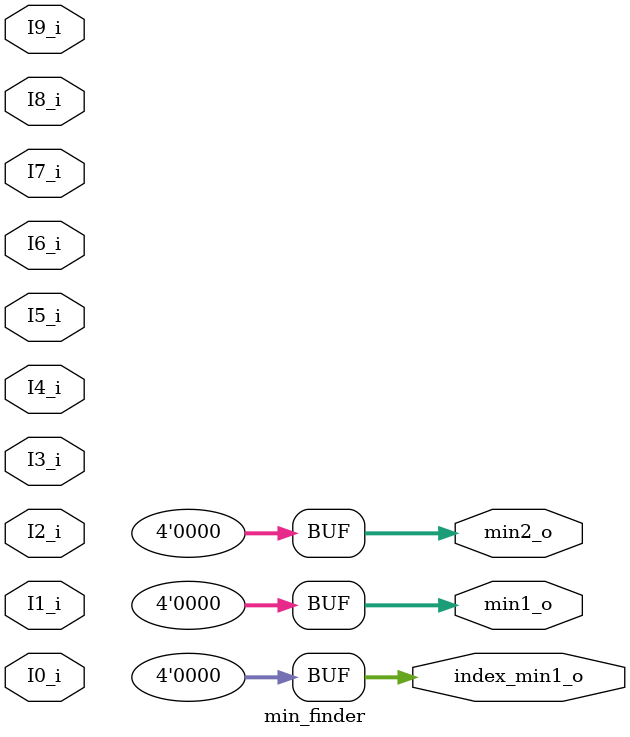
<source format=sv>
/* verilator lint_off UNUSED */
/* verilator lint_off UNOPTFLAT */
module min_finder#(parameter N_number = 10,
                             N_bit    = 4)(
    //inputs
    input logic [N_bit-1:0] I0_i,
    input logic [N_bit-1:0] I1_i,
    input logic [N_bit-1:0] I2_i,
    input logic [N_bit-1:0] I3_i,
    input logic [N_bit-1:0] I4_i,
    input logic [N_bit-1:0] I5_i,
    input logic [N_bit-1:0] I6_i,
    input logic [N_bit-1:0] I7_i,
    input logic [N_bit-1:0] I8_i,
    input logic [N_bit-1:0] I9_i,
    //outputs
    output logic [N_bit-1:0] min1_o,
    output logic [N_bit-1:0] min2_o,
    output logic [N_bit-1:0] index_min1_o
);
    //VAR
    logic [2**N_bit-1:0] pin01_or;
    logic [2**N_bit-1:0] pin02_or;
    logic [2**N_bit-1:0] pin03_or;
    logic [2**N_bit-1:0] pin04_or;
    logic [2**N_bit-1:0] pin05_or;
    logic [2**N_bit-1:0] pin06_or;
    logic [2**N_bit-1:0] pin07_or;
    logic [2**N_bit-1:0] pin08_or;
    logic [2**N_bit-1:0] pin09_or;
    logic [2**N_bit-1:0] pin10_or;
    logic [N_bit-1:0] out01_PE;
    logic [N_bit-1:0] out02_PE;
    logic [N_bit-1:0] out03_PE;
    logic [N_bit-1:0] out04_PE;
    logic [N_bit-1:0] out05_PE;
    logic [N_bit-1:0] out06_PE;
    logic [N_bit-1:0] out07_PE;
    logic [N_bit-1:0] out08_PE;
    logic [N_bit-1:0] out09_PE;
    logic [N_bit-1:0] out10_PE;
    //RAM
    logic [2**N_bit-1:0] out_pos_dec [N_number-1];
    logic [N_number-1:0] block_or [2**N_bit];
    logic [N_bit-1:0] RAM [N_number];
    //module - first block decoder
    decoder4to16 dec01(
        .x_i (I0_i),
        .y_i (pin01_or)
    );
    decoder4to16 dec02(
        .x_i (I1_i),
        .y_i (pin02_or)        
    );
    decoder4to16 dec03(
        .x_i (I2_i),
        .y_i (pin03_or)
    );
    decoder4to16 dec04(
        .x_i (I3_i),
        .y_i (pin04_or)
    );
    decoder4to16 dec05(
        .x_i (I4_i),
        .y_i (pin05_or)
    );
    decoder4to16 dec06(
        .x_i (I5_i),
        .y_i (pin06_or)
    );
    decoder4to16 dec07(
        .x_i (I6_i),
        .y_i (pin07_or)
    );
    decoder4to16 dec08(
        .x_i (I7_i),
        .y_i (pin08_or)
    );
    decoder4to16 dec09(
        .x_i (I8_i),
        .y_i (pin09_or)
    );
    decoder4to16 dec10(
        .x_i (I9_i),
        .y_i (pin10_or)
    );
    //module - first block priority encoder
    encoder16to4 enc01(
        .x_i ({|(block_or[0]),|(block_or[1]),|(block_or[2]),|(block_or[3]),|(block_or[4]),|(block_or[5]),|(block_or[6]),|(block_or[7]),|(block_or[8]),|(block_or[9]),|(block_or[10]),|(block_or[11]),|(block_or[12]),|(block_or[13]),|(block_or[14]),|(block_or[15])}),
        .y_i (out01_PE)
    );
    encoder16to4 enc02(
        .x_i (({|(block_or[0]),|(block_or[1]),|(block_or[2]),|(block_or[3]),|(block_or[4]),|(block_or[5]),|(block_or[6]),|(block_or[7]),|(block_or[8]),|(block_or[9]),|(block_or[10]),|(block_or[11]),|(block_or[12]),|(block_or[13]),|(block_or[14]),|(block_or[15])}) & (~out_pos_dec[0])),
        .y_i (out02_PE)
    );
    encoder16to4 enc03(
        .x_i (({|(block_or[0]),|(block_or[1]),|(block_or[2]),|(block_or[3]),|(block_or[4]),|(block_or[5]),|(block_or[6]),|(block_or[7]),|(block_or[8]),|(block_or[9]),|(block_or[10]),|(block_or[11]),|(block_or[12]),|(block_or[13]),|(block_or[14]),|(block_or[15])}) & (~out_pos_dec[1])),
        .y_i (out03_PE)
    );
    encoder16to4 enc04(
        .x_i (({|(block_or[0]),|(block_or[1]),|(block_or[2]),|(block_or[3]),|(block_or[4]),|(block_or[5]),|(block_or[6]),|(block_or[7]),|(block_or[8]),|(block_or[9]),|(block_or[10]),|(block_or[11]),|(block_or[12]),|(block_or[13]),|(block_or[14]),|(block_or[15])}) & (~out_pos_dec[2])),
        .y_i (out04_PE)
    );
    encoder16to4 enc05(
        .x_i (({|(block_or[0]),|(block_or[1]),|(block_or[2]),|(block_or[3]),|(block_or[4]),|(block_or[5]),|(block_or[6]),|(block_or[7]),|(block_or[8]),|(block_or[9]),|(block_or[10]),|(block_or[11]),|(block_or[12]),|(block_or[13]),|(block_or[14]),|(block_or[15])}) & (~out_pos_dec[3])),
        .y_i (out05_PE)
    );
    encoder16to4 enc06(
        .x_i (({|(block_or[0]),|(block_or[1]),|(block_or[2]),|(block_or[3]),|(block_or[4]),|(block_or[5]),|(block_or[6]),|(block_or[7]),|(block_or[8]),|(block_or[9]),|(block_or[10]),|(block_or[11]),|(block_or[12]),|(block_or[13]),|(block_or[14]),|(block_or[15])}) & (~out_pos_dec[4])),
        .y_i (out06_PE)
    );
    encoder16to4 enc07(
        .x_i (({|(block_or[0]),|(block_or[1]),|(block_or[2]),|(block_or[3]),|(block_or[4]),|(block_or[5]),|(block_or[6]),|(block_or[7]),|(block_or[8]),|(block_or[9]),|(block_or[10]),|(block_or[11]),|(block_or[12]),|(block_or[13]),|(block_or[14]),|(block_or[15])}) & (~out_pos_dec[5])),
        .y_i (out07_PE)
    );
    encoder16to4 enc08(
        .x_i (({|(block_or[0]),|(block_or[1]),|(block_or[2]),|(block_or[3]),|(block_or[4]),|(block_or[5]),|(block_or[6]),|(block_or[7]),|(block_or[8]),|(block_or[9]),|(block_or[10]),|(block_or[11]),|(block_or[12]),|(block_or[13]),|(block_or[14]),|(block_or[15])}) & (~out_pos_dec[6])),
        .y_i (out08_PE)
    );
    encoder16to4 enc09(
        .x_i (({|(block_or[0]),|(block_or[1]),|(block_or[2]),|(block_or[3]),|(block_or[4]),|(block_or[5]),|(block_or[6]),|(block_or[7]),|(block_or[8]),|(block_or[9]),|(block_or[10]),|(block_or[11]),|(block_or[12]),|(block_or[13]),|(block_or[14]),|(block_or[15])}) & (~out_pos_dec[7])),
        .y_i (out09_PE)
    );
    encoder16to4 enc10(
        .x_i (({|(block_or[0]),|(block_or[1]),|(block_or[2]),|(block_or[3]),|(block_or[4]),|(block_or[5]),|(block_or[6]),|(block_or[7]),|(block_or[8]),|(block_or[9]),|(block_or[10]),|(block_or[11]),|(block_or[12]),|(block_or[13]),|(block_or[14]),|(block_or[15])}) & (~out_pos_dec[8])),
        .y_i (out10_PE)
    );
    //module - second block encoder
    decoder4to16 posdec01(
        .x_i (out01_PE),
        .y_i (out_pos_dec[0])
    );   
    decoder4to16 posdec02(
        .x_i (out02_PE),
        .y_i (out_pos_dec[1])
    );
    decoder4to16 posdec03(
        .x_i (out03_PE),
        .y_i (out_pos_dec[2])
    );
    decoder4to16 posdec04(
        .x_i (out04_PE),
        .y_i (out_pos_dec[3])
    );
    decoder4to16 posdec05(
        .x_i (out05_PE),
        .y_i (out_pos_dec[4])
    );
    decoder4to16 posdec06(
        .x_i (out06_PE),
        .y_i (out_pos_dec[5])
    );
    decoder4to16 posdec07(
        .x_i (out07_PE),
        .y_i (out_pos_dec[6])
    );
    decoder4to16 posdec08(
        .x_i (out08_PE),
        .y_i (out_pos_dec[7])
    );
    decoder4to16 posdec09(
        .x_i (out09_PE),
        .y_i (out_pos_dec[8])
    );
    //sort
    assign block_or[0]  = {pin01_or[15],pin02_or[15],pin03_or[15],pin04_or[15],pin05_or[15],pin06_or[15],pin07_or[15],pin08_or[15],pin09_or[15],pin10_or[15]};
    assign block_or[1]  = {pin01_or[14],pin02_or[14],pin03_or[14],pin04_or[14],pin05_or[14],pin06_or[14],pin07_or[14],pin08_or[14],pin09_or[14],pin10_or[14]};
    assign block_or[2]  = {pin01_or[13],pin02_or[13],pin03_or[13],pin04_or[13],pin05_or[13],pin06_or[13],pin07_or[13],pin08_or[13],pin09_or[13],pin10_or[13]};
    assign block_or[3]  = {pin01_or[12],pin02_or[12],pin03_or[12],pin04_or[12],pin05_or[12],pin06_or[12],pin07_or[12],pin08_or[12],pin09_or[12],pin10_or[12]};
    assign block_or[4]  = {pin01_or[11],pin02_or[11],pin03_or[11],pin04_or[11],pin05_or[11],pin06_or[11],pin07_or[11],pin08_or[11],pin09_or[11],pin10_or[11]};
    assign block_or[5]  = {pin01_or[10],pin02_or[10],pin03_or[10],pin04_or[10],pin05_or[10],pin06_or[10],pin07_or[10],pin08_or[10],pin09_or[10],pin10_or[10]};
    assign block_or[6]  = {pin01_or[9],pin02_or[9],pin03_or[9],pin04_or[9],pin05_or[9],pin06_or[9],pin07_or[9],pin08_or[9],pin09_or[9],pin10_or[9]};
    assign block_or[7]  = {pin01_or[8],pin02_or[8],pin03_or[8],pin04_or[8],pin05_or[8],pin06_or[8],pin07_or[8],pin08_or[8],pin09_or[8],pin10_or[8]};
    assign block_or[8]  = {pin01_or[7],pin02_or[7],pin03_or[7],pin04_or[7],pin05_or[7],pin06_or[7],pin07_or[7],pin08_or[7],pin09_or[7],pin10_or[7]};
    assign block_or[9]  = {pin01_or[6],pin02_or[6],pin03_or[6],pin04_or[6],pin05_or[6],pin06_or[6],pin07_or[6],pin08_or[6],pin09_or[6],pin10_or[6]};
    assign block_or[10] = {pin01_or[5],pin02_or[5],pin03_or[5],pin04_or[5],pin05_or[5],pin06_or[5],pin07_or[5],pin08_or[5],pin09_or[5],pin10_or[5]};
    assign block_or[11] = {pin01_or[4],pin02_or[4],pin03_or[4],pin04_or[4],pin05_or[4],pin06_or[4],pin07_or[4],pin08_or[4],pin09_or[4],pin10_or[4]};
    assign block_or[12] = {pin01_or[3],pin02_or[3],pin03_or[3],pin04_or[3],pin05_or[3],pin06_or[3],pin07_or[3],pin08_or[3],pin09_or[3],pin10_or[3]};
    assign block_or[13] = {pin01_or[2],pin02_or[2],pin03_or[2],pin04_or[2],pin05_or[2],pin06_or[2],pin07_or[2],pin08_or[2],pin09_or[2],pin10_or[2]};
    assign block_or[14] = {pin01_or[1],pin02_or[1],pin03_or[1],pin04_or[1],pin05_or[1],pin06_or[1],pin07_or[1],pin08_or[1],pin09_or[1],pin10_or[1]};
    assign block_or[15] = {pin01_or[0],pin02_or[0],pin03_or[0],pin04_or[0],pin05_or[0],pin06_or[0],pin07_or[0],pin08_or[0],pin09_or[0],pin10_or[0]};
    //Save in RAM
    assign RAM[0] = out01_PE;
    assign RAM[1] = out02_PE;
    assign RAM[2] = out03_PE;
    assign RAM[3] = out04_PE;
    assign RAM[4] = out05_PE;
    assign RAM[5] = out06_PE;
    assign RAM[6] = out07_PE;
    assign RAM[7] = out08_PE;
    assign RAM[8] = out09_PE;
    assign RAM[9] = out10_PE;
    //find min1 and min2
    assign min1_o = 0;
    assign min2_o = 0;
    assign index_min1_o = 0;
    //display value
    always_comb begin
        $display("RAM[0]: %d",RAM[0]);
        $display("RAM[1]: %d",RAM[1]);
        $display("RAM[2]: %d",RAM[2]);
        $display("RAM[3]: %d",RAM[3]);
        $display("RAM[4]: %d",RAM[4]);
        $display("RAM[5]: %d",RAM[5]);
        $display("RAM[6]: %d",RAM[6]);
        $display("RAM[7]: %d",RAM[7]);
        $display("RAM[8]: %d",RAM[8]);
        $display("RAM[9]: %d",RAM[9]);
    end
endmodule : min_finder

</source>
